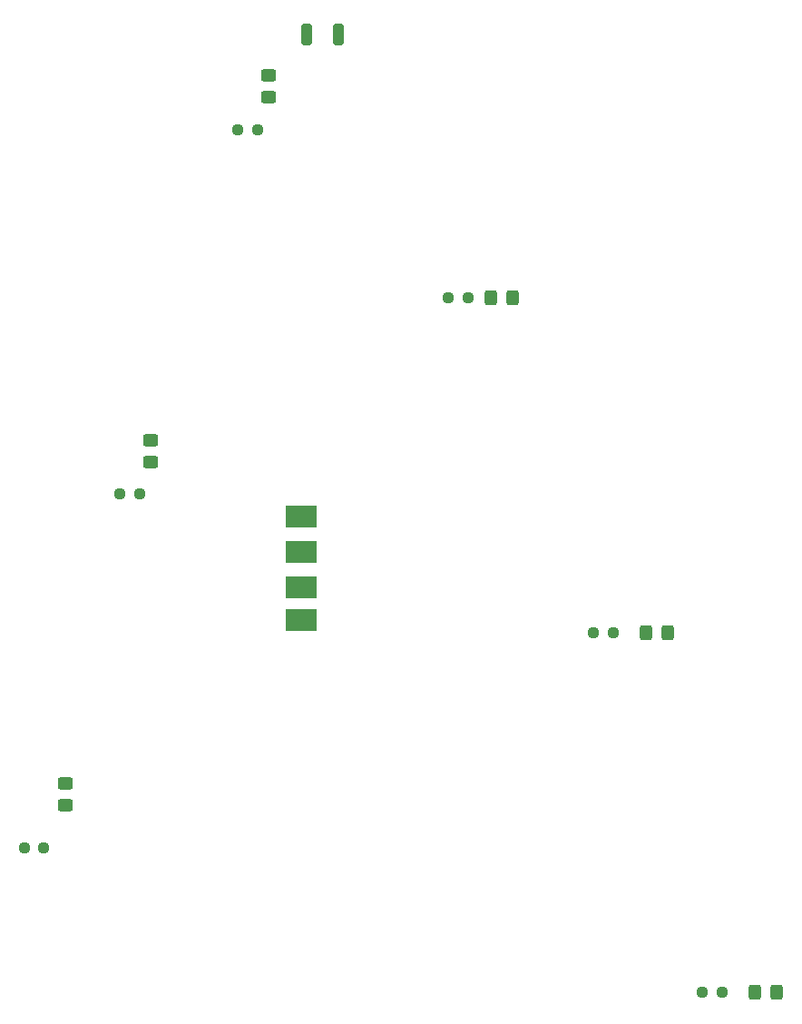
<source format=gbp>
G04 #@! TF.GenerationSoftware,KiCad,Pcbnew,7.0.8*
G04 #@! TF.CreationDate,2024-06-18T20:25:39+02:00*
G04 #@! TF.ProjectId,PCB_Christmas_Tree,5043425f-4368-4726-9973-746d61735f54,rev?*
G04 #@! TF.SameCoordinates,Original*
G04 #@! TF.FileFunction,Paste,Bot*
G04 #@! TF.FilePolarity,Positive*
%FSLAX46Y46*%
G04 Gerber Fmt 4.6, Leading zero omitted, Abs format (unit mm)*
G04 Created by KiCad (PCBNEW 7.0.8) date 2024-06-18 20:25:39*
%MOMM*%
%LPD*%
G01*
G04 APERTURE LIST*
G04 Aperture macros list*
%AMRoundRect*
0 Rectangle with rounded corners*
0 $1 Rounding radius*
0 $2 $3 $4 $5 $6 $7 $8 $9 X,Y pos of 4 corners*
0 Add a 4 corners polygon primitive as box body*
4,1,4,$2,$3,$4,$5,$6,$7,$8,$9,$2,$3,0*
0 Add four circle primitives for the rounded corners*
1,1,$1+$1,$2,$3*
1,1,$1+$1,$4,$5*
1,1,$1+$1,$6,$7*
1,1,$1+$1,$8,$9*
0 Add four rect primitives between the rounded corners*
20,1,$1+$1,$2,$3,$4,$5,0*
20,1,$1+$1,$4,$5,$6,$7,0*
20,1,$1+$1,$6,$7,$8,$9,0*
20,1,$1+$1,$8,$9,$2,$3,0*%
G04 Aperture macros list end*
%ADD10RoundRect,0.250000X-0.325000X-0.450000X0.325000X-0.450000X0.325000X0.450000X-0.325000X0.450000X0*%
%ADD11RoundRect,0.237500X0.250000X0.237500X-0.250000X0.237500X-0.250000X-0.237500X0.250000X-0.237500X0*%
%ADD12RoundRect,0.250000X0.250000X0.750000X-0.250000X0.750000X-0.250000X-0.750000X0.250000X-0.750000X0*%
%ADD13RoundRect,0.250000X0.450000X-0.325000X0.450000X0.325000X-0.450000X0.325000X-0.450000X-0.325000X0*%
%ADD14R,3.000000X2.000000*%
G04 APERTURE END LIST*
D10*
X229354455Y-104678305D03*
X231404455Y-104678305D03*
D11*
X212749955Y-73436305D03*
X210924955Y-73436305D03*
X173191455Y-124776305D03*
X171366455Y-124776305D03*
D10*
X239514455Y-138206305D03*
X241564455Y-138206305D03*
D11*
X182103955Y-91751305D03*
X180278955Y-91751305D03*
D12*
X200661455Y-48925305D03*
D13*
X183191455Y-88801305D03*
X183191455Y-86751305D03*
D11*
X226291955Y-104678305D03*
X224466955Y-104678305D03*
X236451955Y-138206305D03*
X234626955Y-138206305D03*
D12*
X197740455Y-48925305D03*
D13*
X175191455Y-120776305D03*
X175191455Y-118726305D03*
D10*
X214876455Y-73436305D03*
X216926455Y-73436305D03*
D11*
X193103955Y-57776305D03*
X191278955Y-57776305D03*
D14*
X197191455Y-93886305D03*
X197191455Y-97188305D03*
X197191455Y-100490305D03*
X197191455Y-103538305D03*
D13*
X194191455Y-54776305D03*
X194191455Y-52726305D03*
M02*

</source>
